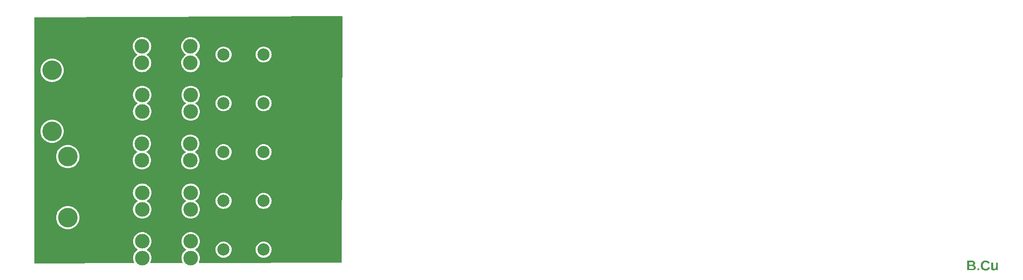
<source format=gbr>
%TF.GenerationSoftware,KiCad,Pcbnew,8.0.5-8.0.5-0~ubuntu24.04.1*%
%TF.CreationDate,2024-10-19T09:28:33-07:00*%
%TF.ProjectId,PowerDistribution,506f7765-7244-4697-9374-726962757469,R2*%
%TF.SameCoordinates,Original*%
%TF.FileFunction,Copper,L2,Bot*%
%TF.FilePolarity,Positive*%
%FSLAX46Y46*%
G04 Gerber Fmt 4.6, Leading zero omitted, Abs format (unit mm)*
G04 Created by KiCad (PCBNEW 8.0.5-8.0.5-0~ubuntu24.04.1) date 2024-10-19 09:28:33*
%MOMM*%
%LPD*%
G01*
G04 APERTURE LIST*
%ADD10C,0.300000*%
%TA.AperFunction,NonConductor*%
%ADD11C,0.300000*%
%TD*%
%TA.AperFunction,ComponentPad*%
%ADD12C,3.000000*%
%TD*%
%TA.AperFunction,ComponentPad*%
%ADD13C,4.000000*%
%TD*%
%TA.AperFunction,ComponentPad*%
%ADD14C,2.500000*%
%TD*%
G04 APERTURE END LIST*
D10*
D11*
G36*
X366324675Y-103352289D02*
G01*
X366424406Y-103361449D01*
X366532759Y-103380502D01*
X366628758Y-103408349D01*
X366725144Y-103451952D01*
X366761305Y-103474303D01*
X366842296Y-103544313D01*
X366900146Y-103629273D01*
X366934856Y-103729185D01*
X366946245Y-103828872D01*
X366946426Y-103844048D01*
X366937363Y-103943754D01*
X366906457Y-104041563D01*
X366853618Y-104126940D01*
X366778376Y-104197303D01*
X366690127Y-104246003D01*
X366594542Y-104277400D01*
X366571222Y-104282778D01*
X366670200Y-104299474D01*
X366769941Y-104329663D01*
X366865094Y-104377789D01*
X366934515Y-104433158D01*
X367000468Y-104517219D01*
X367041995Y-104616789D01*
X367058483Y-104719663D01*
X367059583Y-104756746D01*
X367049964Y-104868396D01*
X367021110Y-104968409D01*
X366973018Y-105056785D01*
X366905690Y-105133524D01*
X366858581Y-105172151D01*
X366763161Y-105229199D01*
X366669465Y-105266945D01*
X366564776Y-105294396D01*
X366449095Y-105311554D01*
X366344298Y-105317988D01*
X366300241Y-105318560D01*
X365316076Y-105318560D01*
X365316076Y-105012838D01*
X365728006Y-105012838D01*
X366265500Y-105012838D01*
X366368448Y-105007145D01*
X366471349Y-104984727D01*
X366554844Y-104940874D01*
X366620747Y-104857487D01*
X366645225Y-104759460D01*
X366646660Y-104724487D01*
X366627685Y-104616579D01*
X366570759Y-104535175D01*
X366475882Y-104480274D01*
X366364354Y-104454312D01*
X366250115Y-104447550D01*
X365728006Y-104447550D01*
X365728006Y-105012838D01*
X365316076Y-105012838D01*
X365316076Y-104143318D01*
X365728006Y-104143318D01*
X366199988Y-104143318D01*
X366299559Y-104137405D01*
X366401177Y-104112038D01*
X366453102Y-104082769D01*
X366514675Y-104000680D01*
X366532014Y-103899634D01*
X366515865Y-103798314D01*
X366452834Y-103714619D01*
X366447643Y-103711039D01*
X366350552Y-103670785D01*
X366246968Y-103656326D01*
X366197011Y-103654957D01*
X365728006Y-103654957D01*
X365728006Y-104143318D01*
X365316076Y-104143318D01*
X365316076Y-103349235D01*
X366216366Y-103349235D01*
X366324675Y-103352289D01*
G37*
G36*
X367371756Y-105318560D02*
G01*
X367371756Y-104905637D01*
X367775249Y-104905637D01*
X367775249Y-105318560D01*
X367371756Y-105318560D01*
G37*
G36*
X369077544Y-105026238D02*
G01*
X369188459Y-105017090D01*
X369288250Y-104989645D01*
X369376917Y-104943905D01*
X369454462Y-104879868D01*
X369520884Y-104797535D01*
X369576182Y-104696905D01*
X369595187Y-104651530D01*
X369954013Y-104787021D01*
X369906827Y-104888888D01*
X369852000Y-104980462D01*
X369789530Y-105061741D01*
X369719417Y-105132726D01*
X369627961Y-105202530D01*
X369614046Y-105211358D01*
X369511869Y-105265506D01*
X369417521Y-105301332D01*
X369316927Y-105327388D01*
X369210086Y-105343673D01*
X369096999Y-105350187D01*
X369077544Y-105350323D01*
X368962178Y-105346104D01*
X368853557Y-105333449D01*
X368751684Y-105312356D01*
X368656557Y-105282826D01*
X368547135Y-105234049D01*
X368448255Y-105172089D01*
X368359917Y-105096945D01*
X368343515Y-105080335D01*
X368269023Y-104990717D01*
X368207158Y-104890606D01*
X368157918Y-104780002D01*
X368127616Y-104683964D01*
X368105395Y-104581210D01*
X368091254Y-104471741D01*
X368085194Y-104355556D01*
X368084941Y-104325460D01*
X368088842Y-104207395D01*
X368100544Y-104096386D01*
X368120047Y-103992434D01*
X368147351Y-103895539D01*
X368192452Y-103784344D01*
X368249743Y-103684175D01*
X368319222Y-103595032D01*
X368334581Y-103578527D01*
X368418225Y-103503320D01*
X368512823Y-103440861D01*
X368618374Y-103391149D01*
X368734879Y-103354183D01*
X368835970Y-103333788D01*
X368944070Y-103321551D01*
X369059181Y-103317472D01*
X369164299Y-103320804D01*
X369263140Y-103330800D01*
X369373464Y-103351593D01*
X369474750Y-103381981D01*
X369566998Y-103421967D01*
X369623476Y-103453955D01*
X369712575Y-103519817D01*
X369789229Y-103597981D01*
X369853439Y-103688447D01*
X369905205Y-103791215D01*
X369929198Y-103855463D01*
X369565905Y-103952738D01*
X369523734Y-103861449D01*
X369460685Y-103784118D01*
X369385251Y-103725928D01*
X369296440Y-103681435D01*
X369198130Y-103653422D01*
X369090320Y-103641886D01*
X369067618Y-103641557D01*
X368967751Y-103647681D01*
X368863192Y-103670307D01*
X368771505Y-103709604D01*
X368682481Y-103774930D01*
X368644273Y-103815759D01*
X368587999Y-103899690D01*
X368545546Y-103999059D01*
X368520159Y-104096518D01*
X368504927Y-104205318D01*
X368499991Y-104304649D01*
X368499849Y-104325460D01*
X368503472Y-104428215D01*
X368517384Y-104541093D01*
X368541730Y-104642594D01*
X368583321Y-104746634D01*
X368639114Y-104835190D01*
X368648244Y-104846577D01*
X368719677Y-104916581D01*
X368816727Y-104975533D01*
X368915132Y-105008693D01*
X369026123Y-105024659D01*
X369077544Y-105026238D01*
G37*
G36*
X370590271Y-103793921D02*
G01*
X370590271Y-104653516D01*
X370596814Y-104769756D01*
X370621940Y-104883239D01*
X370675069Y-104979778D01*
X370767195Y-105042823D01*
X370858274Y-105057009D01*
X370957286Y-105039630D01*
X371046907Y-104981582D01*
X371087565Y-104933430D01*
X371137296Y-104839859D01*
X371164593Y-104740443D01*
X371174573Y-104639284D01*
X371174914Y-104615300D01*
X371174914Y-103793921D01*
X371566993Y-103793921D01*
X371566993Y-104977600D01*
X371567895Y-105083227D01*
X371571017Y-105191657D01*
X371577025Y-105300070D01*
X371578407Y-105318560D01*
X371204196Y-105318560D01*
X371196039Y-105214861D01*
X371189695Y-105109764D01*
X371187322Y-105022268D01*
X371180374Y-105022268D01*
X371132928Y-105111480D01*
X371072383Y-105193292D01*
X370996267Y-105262237D01*
X370981357Y-105272403D01*
X370884485Y-105319886D01*
X370784405Y-105344159D01*
X370694495Y-105350323D01*
X370594746Y-105343198D01*
X370493834Y-105317608D01*
X370396993Y-105266572D01*
X370325743Y-105201432D01*
X370269723Y-105118271D01*
X370229708Y-105017677D01*
X370207825Y-104915357D01*
X370198197Y-104799690D01*
X370197697Y-104764191D01*
X370197697Y-103793921D01*
X370590271Y-103793921D01*
G37*
D12*
%TO.P,F1,1*%
%TO.N,/Fuse1*%
X206373370Y-102783471D03*
X206373370Y-99383471D03*
%TO.P,F1,2*%
%TO.N,+BATT*%
X196453370Y-102783471D03*
X196453370Y-99383471D03*
%TD*%
D13*
%TO.P,J3,1,Pin_1*%
%TO.N,-BATT*%
X185494370Y-76831471D03*
X185494370Y-64331471D03*
%TO.P,J3,2,Pin_2*%
%TO.N,+BATT*%
X177994370Y-76831471D03*
X177994370Y-64331471D03*
%TD*%
D12*
%TO.P,F2,1*%
%TO.N,/Fuse2*%
X206363370Y-92823471D03*
X206363370Y-89423471D03*
%TO.P,F2,2*%
%TO.N,+BATT*%
X196443370Y-92823471D03*
X196443370Y-89423471D03*
%TD*%
D14*
%TO.P,J2,1,Pin_1*%
%TO.N,/Fuse1*%
X213093371Y-101083474D03*
X221293370Y-101083474D03*
%TO.P,J2,2,Pin_2*%
%TO.N,-BATT*%
X213093371Y-96083472D03*
X221293370Y-96083472D03*
%TO.P,J2,3,Pin_3*%
%TO.N,/Fuse2*%
X213093371Y-91083471D03*
X221293370Y-91083471D03*
%TO.P,J2,4,Pin_4*%
%TO.N,-BATT*%
X213093371Y-86083471D03*
X221293370Y-86083471D03*
%TO.P,J2,5,Pin_5*%
%TO.N,/Fuse3*%
X213093371Y-81083471D03*
X221293370Y-81083471D03*
%TO.P,J2,6,Pin_6*%
%TO.N,-BATT*%
X213093371Y-76083471D03*
X221293370Y-76083471D03*
%TO.P,J2,7,Pin_7*%
%TO.N,/Fuse4*%
X213093371Y-71083471D03*
X221293370Y-71083471D03*
%TO.P,J2,8,Pin_8*%
%TO.N,-BATT*%
X213093371Y-66083471D03*
X221293370Y-66083471D03*
%TO.P,J2,9,Pin_9*%
%TO.N,/Fuse5*%
X213093371Y-61083471D03*
X221293370Y-61083471D03*
%TO.P,J2,10,Pin_10*%
%TO.N,-BATT*%
X213093371Y-56083470D03*
X221293370Y-56083470D03*
%TD*%
D12*
%TO.P,F5,1*%
%TO.N,/Fuse5*%
X206323370Y-62803471D03*
X206323370Y-59403471D03*
%TO.P,F5,2*%
%TO.N,+BATT*%
X196403370Y-62803471D03*
X196403370Y-59403471D03*
%TD*%
%TO.P,F3,1*%
%TO.N,/Fuse3*%
X206293370Y-82763471D03*
X206293370Y-79363471D03*
%TO.P,F3,2*%
%TO.N,+BATT*%
X196373370Y-82763471D03*
X196373370Y-79363471D03*
%TD*%
%TO.P,F4,1*%
%TO.N,/Fuse4*%
X206363370Y-72773471D03*
X206363370Y-69373471D03*
%TO.P,F4,2*%
%TO.N,+BATT*%
X196443370Y-72773471D03*
X196443370Y-69373471D03*
%TD*%
D13*
%TO.P,J1,1,Pin_1*%
%TO.N,+BATT*%
X181210768Y-82019172D03*
X181210768Y-94519172D03*
%TO.P,J1,2,Pin_2*%
%TO.N,-BATT*%
X188710768Y-82019172D03*
X188710768Y-94519172D03*
%TD*%
%TA.AperFunction,Conductor*%
%TO.N,-BATT*%
G36*
X237405709Y-53253338D02*
G01*
X237451631Y-53305997D01*
X237462999Y-53358233D01*
X237313735Y-103630212D01*
X237293852Y-103697193D01*
X237240912Y-103742791D01*
X237190110Y-103753843D01*
X208148723Y-103841511D01*
X208081625Y-103822029D01*
X208035711Y-103769364D01*
X208025558Y-103700236D01*
X208039517Y-103658085D01*
X208058852Y-103622674D01*
X208089214Y-103567071D01*
X208183267Y-103314905D01*
X208240476Y-103051920D01*
X208259676Y-102783471D01*
X208240476Y-102515022D01*
X208183267Y-102252037D01*
X208089214Y-101999871D01*
X207994519Y-101826450D01*
X207960235Y-101763662D01*
X207960230Y-101763654D01*
X207798951Y-101548210D01*
X207798935Y-101548192D01*
X207608648Y-101357905D01*
X207608630Y-101357889D01*
X207393186Y-101196610D01*
X207393178Y-101196605D01*
X207385302Y-101192305D01*
X207335895Y-101142902D01*
X207322965Y-101083474D01*
X211456826Y-101083474D01*
X211476975Y-101339489D01*
X211536921Y-101589184D01*
X211536925Y-101589196D01*
X211635196Y-101826445D01*
X211635198Y-101826449D01*
X211635199Y-101826450D01*
X211769378Y-102045411D01*
X211936159Y-102240686D01*
X212131434Y-102407467D01*
X212350395Y-102541646D01*
X212350397Y-102541646D01*
X212350399Y-102541648D01*
X212424374Y-102572289D01*
X212587651Y-102639921D01*
X212837359Y-102699870D01*
X213093371Y-102720019D01*
X213349383Y-102699870D01*
X213599091Y-102639921D01*
X213836347Y-102541646D01*
X214055308Y-102407467D01*
X214250583Y-102240686D01*
X214417364Y-102045411D01*
X214551543Y-101826450D01*
X214649818Y-101589194D01*
X214709767Y-101339486D01*
X214729916Y-101083474D01*
X219656825Y-101083474D01*
X219676974Y-101339489D01*
X219736920Y-101589184D01*
X219736924Y-101589196D01*
X219835195Y-101826445D01*
X219835197Y-101826449D01*
X219835198Y-101826450D01*
X219969377Y-102045411D01*
X220136158Y-102240686D01*
X220331433Y-102407467D01*
X220550394Y-102541646D01*
X220550396Y-102541646D01*
X220550398Y-102541648D01*
X220624373Y-102572289D01*
X220787650Y-102639921D01*
X221037358Y-102699870D01*
X221293370Y-102720019D01*
X221549382Y-102699870D01*
X221799090Y-102639921D01*
X222036346Y-102541646D01*
X222255307Y-102407467D01*
X222450582Y-102240686D01*
X222617363Y-102045411D01*
X222751542Y-101826450D01*
X222849817Y-101589194D01*
X222909766Y-101339486D01*
X222929915Y-101083474D01*
X222909766Y-100827462D01*
X222849817Y-100577754D01*
X222751542Y-100340498D01*
X222617363Y-100121537D01*
X222450582Y-99926262D01*
X222255307Y-99759481D01*
X222036346Y-99625302D01*
X222036345Y-99625301D01*
X222036341Y-99625299D01*
X221799092Y-99527028D01*
X221799094Y-99527028D01*
X221799090Y-99527027D01*
X221799086Y-99527026D01*
X221799080Y-99527024D01*
X221549385Y-99467078D01*
X221293370Y-99446929D01*
X221037354Y-99467078D01*
X220787659Y-99527024D01*
X220787647Y-99527028D01*
X220550398Y-99625299D01*
X220331432Y-99759481D01*
X220136158Y-99926262D01*
X219969377Y-100121536D01*
X219835195Y-100340502D01*
X219736924Y-100577751D01*
X219736920Y-100577763D01*
X219676974Y-100827458D01*
X219656825Y-101083474D01*
X214729916Y-101083474D01*
X214709767Y-100827462D01*
X214649818Y-100577754D01*
X214551543Y-100340498D01*
X214417364Y-100121537D01*
X214250583Y-99926262D01*
X214055308Y-99759481D01*
X213836347Y-99625302D01*
X213836346Y-99625301D01*
X213836342Y-99625299D01*
X213599093Y-99527028D01*
X213599095Y-99527028D01*
X213599091Y-99527027D01*
X213599087Y-99527026D01*
X213599081Y-99527024D01*
X213349386Y-99467078D01*
X213093371Y-99446929D01*
X212837355Y-99467078D01*
X212587660Y-99527024D01*
X212587648Y-99527028D01*
X212350399Y-99625299D01*
X212131433Y-99759481D01*
X211936159Y-99926262D01*
X211769378Y-100121536D01*
X211635196Y-100340502D01*
X211536925Y-100577751D01*
X211536921Y-100577763D01*
X211476975Y-100827458D01*
X211456826Y-101083474D01*
X207322965Y-101083474D01*
X207321041Y-101074629D01*
X207345455Y-101009164D01*
X207385302Y-100974637D01*
X207387793Y-100973276D01*
X207393184Y-100970333D01*
X207608638Y-100809046D01*
X207798945Y-100618739D01*
X207960232Y-100403285D01*
X208089214Y-100167071D01*
X208183267Y-99914905D01*
X208240476Y-99651920D01*
X208259676Y-99383471D01*
X208240476Y-99115022D01*
X208183267Y-98852037D01*
X208089214Y-98599871D01*
X207960232Y-98363657D01*
X207960230Y-98363654D01*
X207798951Y-98148210D01*
X207798935Y-98148192D01*
X207608648Y-97957905D01*
X207608630Y-97957889D01*
X207393186Y-97796610D01*
X207393178Y-97796605D01*
X207156975Y-97667629D01*
X207156971Y-97667627D01*
X207061370Y-97631970D01*
X206904804Y-97573574D01*
X206904800Y-97573573D01*
X206904797Y-97573572D01*
X206641827Y-97516366D01*
X206641820Y-97516365D01*
X206373371Y-97497165D01*
X206373369Y-97497165D01*
X206104919Y-97516365D01*
X206104912Y-97516366D01*
X205841942Y-97573572D01*
X205841937Y-97573573D01*
X205841936Y-97573574D01*
X205780969Y-97596313D01*
X205589768Y-97667627D01*
X205589764Y-97667629D01*
X205353561Y-97796605D01*
X205353553Y-97796610D01*
X205138109Y-97957889D01*
X205138091Y-97957905D01*
X204947804Y-98148192D01*
X204947788Y-98148210D01*
X204786509Y-98363654D01*
X204786504Y-98363662D01*
X204657528Y-98599865D01*
X204657526Y-98599869D01*
X204563471Y-98852043D01*
X204506265Y-99115013D01*
X204506264Y-99115020D01*
X204487064Y-99383469D01*
X204487064Y-99383472D01*
X204506264Y-99651921D01*
X204506265Y-99651928D01*
X204563471Y-99914898D01*
X204563473Y-99914905D01*
X204621869Y-100071471D01*
X204657526Y-100167072D01*
X204657528Y-100167076D01*
X204786504Y-100403279D01*
X204786509Y-100403287D01*
X204947788Y-100618731D01*
X204947804Y-100618749D01*
X205138091Y-100809036D01*
X205138109Y-100809052D01*
X205353553Y-100970331D01*
X205353561Y-100970336D01*
X205361441Y-100974639D01*
X205410846Y-101024044D01*
X205425698Y-101092317D01*
X205401281Y-101157781D01*
X205361441Y-101192303D01*
X205353561Y-101196605D01*
X205353553Y-101196610D01*
X205138109Y-101357889D01*
X205138091Y-101357905D01*
X204947804Y-101548192D01*
X204947788Y-101548210D01*
X204786509Y-101763654D01*
X204786504Y-101763662D01*
X204657528Y-101999865D01*
X204657526Y-101999869D01*
X204563471Y-102252043D01*
X204506265Y-102515013D01*
X204506264Y-102515020D01*
X204487064Y-102783469D01*
X204487064Y-102783472D01*
X204506264Y-103051921D01*
X204506265Y-103051928D01*
X204563471Y-103314898D01*
X204563473Y-103314905D01*
X204621869Y-103471471D01*
X204657526Y-103567072D01*
X204713065Y-103668785D01*
X204727916Y-103737058D01*
X204703499Y-103802522D01*
X204647565Y-103844393D01*
X204604606Y-103852210D01*
X198212344Y-103871506D01*
X198145246Y-103852024D01*
X198099332Y-103799359D01*
X198089179Y-103730231D01*
X198103138Y-103688080D01*
X198119517Y-103658085D01*
X198169214Y-103567071D01*
X198263267Y-103314905D01*
X198320476Y-103051920D01*
X198339676Y-102783471D01*
X198320476Y-102515022D01*
X198263267Y-102252037D01*
X198169214Y-101999871D01*
X198074519Y-101826450D01*
X198040235Y-101763662D01*
X198040230Y-101763654D01*
X197878951Y-101548210D01*
X197878935Y-101548192D01*
X197688648Y-101357905D01*
X197688630Y-101357889D01*
X197473186Y-101196610D01*
X197473178Y-101196605D01*
X197465302Y-101192305D01*
X197415895Y-101142902D01*
X197401041Y-101074629D01*
X197425455Y-101009164D01*
X197465302Y-100974637D01*
X197467793Y-100973276D01*
X197473184Y-100970333D01*
X197688638Y-100809046D01*
X197878945Y-100618739D01*
X198040232Y-100403285D01*
X198169214Y-100167071D01*
X198263267Y-99914905D01*
X198320476Y-99651920D01*
X198339676Y-99383471D01*
X198320476Y-99115022D01*
X198263267Y-98852037D01*
X198169214Y-98599871D01*
X198040232Y-98363657D01*
X198040230Y-98363654D01*
X197878951Y-98148210D01*
X197878935Y-98148192D01*
X197688648Y-97957905D01*
X197688630Y-97957889D01*
X197473186Y-97796610D01*
X197473178Y-97796605D01*
X197236975Y-97667629D01*
X197236971Y-97667627D01*
X197141370Y-97631970D01*
X196984804Y-97573574D01*
X196984800Y-97573573D01*
X196984797Y-97573572D01*
X196721827Y-97516366D01*
X196721820Y-97516365D01*
X196453371Y-97497165D01*
X196453369Y-97497165D01*
X196184919Y-97516365D01*
X196184912Y-97516366D01*
X195921942Y-97573572D01*
X195921937Y-97573573D01*
X195921936Y-97573574D01*
X195860969Y-97596313D01*
X195669768Y-97667627D01*
X195669764Y-97667629D01*
X195433561Y-97796605D01*
X195433553Y-97796610D01*
X195218109Y-97957889D01*
X195218091Y-97957905D01*
X195027804Y-98148192D01*
X195027788Y-98148210D01*
X194866509Y-98363654D01*
X194866504Y-98363662D01*
X194737528Y-98599865D01*
X194737526Y-98599869D01*
X194643471Y-98852043D01*
X194586265Y-99115013D01*
X194586264Y-99115020D01*
X194567064Y-99383469D01*
X194567064Y-99383472D01*
X194586264Y-99651921D01*
X194586265Y-99651928D01*
X194643471Y-99914898D01*
X194643473Y-99914905D01*
X194701869Y-100071471D01*
X194737526Y-100167072D01*
X194737528Y-100167076D01*
X194866504Y-100403279D01*
X194866509Y-100403287D01*
X195027788Y-100618731D01*
X195027804Y-100618749D01*
X195218091Y-100809036D01*
X195218109Y-100809052D01*
X195433553Y-100970331D01*
X195433561Y-100970336D01*
X195441441Y-100974639D01*
X195490846Y-101024044D01*
X195505698Y-101092317D01*
X195481281Y-101157781D01*
X195441441Y-101192303D01*
X195433561Y-101196605D01*
X195433553Y-101196610D01*
X195218109Y-101357889D01*
X195218091Y-101357905D01*
X195027804Y-101548192D01*
X195027788Y-101548210D01*
X194866509Y-101763654D01*
X194866504Y-101763662D01*
X194737528Y-101999865D01*
X194737526Y-101999869D01*
X194643471Y-102252043D01*
X194586265Y-102515013D01*
X194586264Y-102515020D01*
X194567064Y-102783469D01*
X194567064Y-102783472D01*
X194586264Y-103051921D01*
X194586265Y-103051928D01*
X194643471Y-103314898D01*
X194643473Y-103314905D01*
X194701869Y-103471471D01*
X194737526Y-103567072D01*
X194737528Y-103567077D01*
X194809389Y-103698680D01*
X194824241Y-103766953D01*
X194799824Y-103832418D01*
X194743890Y-103874289D01*
X194700931Y-103882106D01*
X174497621Y-103943095D01*
X174430523Y-103923613D01*
X174384609Y-103870948D01*
X174373247Y-103819219D01*
X174371956Y-102515013D01*
X174364041Y-94519172D01*
X178824158Y-94519172D01*
X178835392Y-94690575D01*
X178844576Y-94830685D01*
X178844578Y-94830697D01*
X178905478Y-95136864D01*
X178905483Y-95136884D01*
X179005824Y-95432480D01*
X179005828Y-95432490D01*
X179143899Y-95712469D01*
X179143906Y-95712482D01*
X179317344Y-95972049D01*
X179523179Y-96206760D01*
X179706466Y-96367498D01*
X179757892Y-96412597D01*
X180017463Y-96586037D01*
X180153338Y-96653043D01*
X180297449Y-96724111D01*
X180297459Y-96724115D01*
X180593055Y-96824456D01*
X180593059Y-96824457D01*
X180593068Y-96824460D01*
X180899253Y-96885364D01*
X181210768Y-96905782D01*
X181522283Y-96885364D01*
X181828468Y-96824460D01*
X181828480Y-96824456D01*
X182124076Y-96724115D01*
X182124086Y-96724111D01*
X182404073Y-96586037D01*
X182663644Y-96412597D01*
X182898356Y-96206760D01*
X183104193Y-95972048D01*
X183277633Y-95712477D01*
X183415708Y-95432488D01*
X183516056Y-95136872D01*
X183576960Y-94830687D01*
X183597378Y-94519172D01*
X183576960Y-94207657D01*
X183516056Y-93901472D01*
X183496305Y-93843287D01*
X183415711Y-93605863D01*
X183415707Y-93605853D01*
X183277636Y-93325874D01*
X183277633Y-93325867D01*
X183104193Y-93066296D01*
X183059094Y-93014870D01*
X182898356Y-92831583D01*
X182663645Y-92625748D01*
X182404078Y-92452310D01*
X182404075Y-92452308D01*
X182404073Y-92452307D01*
X182404065Y-92452303D01*
X182124086Y-92314232D01*
X182124076Y-92314228D01*
X181828480Y-92213887D01*
X181828460Y-92213882D01*
X181522293Y-92152982D01*
X181522283Y-92152980D01*
X181210768Y-92132562D01*
X180899253Y-92152980D01*
X180899247Y-92152981D01*
X180899242Y-92152982D01*
X180593075Y-92213882D01*
X180593055Y-92213887D01*
X180297459Y-92314228D01*
X180297449Y-92314232D01*
X180017470Y-92452303D01*
X180017457Y-92452310D01*
X179757890Y-92625748D01*
X179523179Y-92831583D01*
X179317344Y-93066294D01*
X179143906Y-93325861D01*
X179143899Y-93325874D01*
X179005828Y-93605853D01*
X179005824Y-93605863D01*
X178905483Y-93901459D01*
X178905478Y-93901479D01*
X178844578Y-94207646D01*
X178844576Y-94207657D01*
X178824158Y-94519172D01*
X174364041Y-94519172D01*
X174358997Y-89423469D01*
X194557064Y-89423469D01*
X194557064Y-89423472D01*
X194576264Y-89691921D01*
X194576265Y-89691928D01*
X194590960Y-89759478D01*
X194633473Y-89954905D01*
X194691869Y-90111471D01*
X194727526Y-90207072D01*
X194727528Y-90207076D01*
X194856504Y-90443279D01*
X194856509Y-90443287D01*
X195017788Y-90658731D01*
X195017804Y-90658749D01*
X195208091Y-90849036D01*
X195208109Y-90849052D01*
X195423553Y-91010331D01*
X195423561Y-91010336D01*
X195431441Y-91014639D01*
X195480846Y-91064044D01*
X195495698Y-91132317D01*
X195471281Y-91197781D01*
X195431441Y-91232303D01*
X195423561Y-91236605D01*
X195423553Y-91236610D01*
X195208109Y-91397889D01*
X195208091Y-91397905D01*
X195017804Y-91588192D01*
X195017788Y-91588210D01*
X194856509Y-91803654D01*
X194856504Y-91803662D01*
X194727528Y-92039865D01*
X194727526Y-92039869D01*
X194633471Y-92292043D01*
X194576265Y-92555013D01*
X194576264Y-92555020D01*
X194557064Y-92823469D01*
X194557064Y-92823472D01*
X194576264Y-93091921D01*
X194576265Y-93091928D01*
X194633471Y-93354898D01*
X194633473Y-93354905D01*
X194691869Y-93511471D01*
X194727526Y-93607072D01*
X194727528Y-93607076D01*
X194856504Y-93843279D01*
X194856509Y-93843287D01*
X195017788Y-94058731D01*
X195017804Y-94058749D01*
X195208091Y-94249036D01*
X195208109Y-94249052D01*
X195423553Y-94410331D01*
X195423561Y-94410336D01*
X195659764Y-94539312D01*
X195659768Y-94539314D01*
X195659770Y-94539315D01*
X195911936Y-94633368D01*
X196174921Y-94690577D01*
X196422689Y-94708297D01*
X196443369Y-94709777D01*
X196443370Y-94709777D01*
X196443371Y-94709777D01*
X196462571Y-94708403D01*
X196711819Y-94690577D01*
X196974804Y-94633368D01*
X197226970Y-94539315D01*
X197463184Y-94410333D01*
X197678638Y-94249046D01*
X197868945Y-94058739D01*
X198030232Y-93843285D01*
X198159214Y-93607071D01*
X198253267Y-93354905D01*
X198310476Y-93091920D01*
X198329676Y-92823471D01*
X198310476Y-92555022D01*
X198253267Y-92292037D01*
X198159214Y-92039871D01*
X198042673Y-91826442D01*
X198030235Y-91803662D01*
X198030230Y-91803654D01*
X197868951Y-91588210D01*
X197868935Y-91588192D01*
X197678648Y-91397905D01*
X197678630Y-91397889D01*
X197463186Y-91236610D01*
X197463178Y-91236605D01*
X197455302Y-91232305D01*
X197405895Y-91182902D01*
X197391041Y-91114629D01*
X197415455Y-91049164D01*
X197455302Y-91014637D01*
X197457793Y-91013276D01*
X197463184Y-91010333D01*
X197678638Y-90849046D01*
X197868945Y-90658739D01*
X198030232Y-90443285D01*
X198159214Y-90207071D01*
X198253267Y-89954905D01*
X198310476Y-89691920D01*
X198329676Y-89423471D01*
X198329676Y-89423469D01*
X204477064Y-89423469D01*
X204477064Y-89423472D01*
X204496264Y-89691921D01*
X204496265Y-89691928D01*
X204510960Y-89759478D01*
X204553473Y-89954905D01*
X204611869Y-90111471D01*
X204647526Y-90207072D01*
X204647528Y-90207076D01*
X204776504Y-90443279D01*
X204776509Y-90443287D01*
X204937788Y-90658731D01*
X204937804Y-90658749D01*
X205128091Y-90849036D01*
X205128109Y-90849052D01*
X205343553Y-91010331D01*
X205343561Y-91010336D01*
X205351441Y-91014639D01*
X205400846Y-91064044D01*
X205415698Y-91132317D01*
X205391281Y-91197781D01*
X205351441Y-91232303D01*
X205343561Y-91236605D01*
X205343553Y-91236610D01*
X205128109Y-91397889D01*
X205128091Y-91397905D01*
X204937804Y-91588192D01*
X204937788Y-91588210D01*
X204776509Y-91803654D01*
X204776504Y-91803662D01*
X204647528Y-92039865D01*
X204647526Y-92039869D01*
X204553471Y-92292043D01*
X204496265Y-92555013D01*
X204496264Y-92555020D01*
X204477064Y-92823469D01*
X204477064Y-92823472D01*
X204496264Y-93091921D01*
X204496265Y-93091928D01*
X204553471Y-93354898D01*
X204553473Y-93354905D01*
X204611869Y-93511471D01*
X204647526Y-93607072D01*
X204647528Y-93607076D01*
X204776504Y-93843279D01*
X204776509Y-93843287D01*
X204937788Y-94058731D01*
X204937804Y-94058749D01*
X205128091Y-94249036D01*
X205128109Y-94249052D01*
X205343553Y-94410331D01*
X205343561Y-94410336D01*
X205579764Y-94539312D01*
X205579768Y-94539314D01*
X205579770Y-94539315D01*
X205831936Y-94633368D01*
X206094921Y-94690577D01*
X206342689Y-94708297D01*
X206363369Y-94709777D01*
X206363370Y-94709777D01*
X206363371Y-94709777D01*
X206382571Y-94708403D01*
X206631819Y-94690577D01*
X206894804Y-94633368D01*
X207146970Y-94539315D01*
X207383184Y-94410333D01*
X207598638Y-94249046D01*
X207788945Y-94058739D01*
X207950232Y-93843285D01*
X208079214Y-93607071D01*
X208173267Y-93354905D01*
X208230476Y-93091920D01*
X208249676Y-92823471D01*
X208230476Y-92555022D01*
X208173267Y-92292037D01*
X208079214Y-92039871D01*
X207962673Y-91826442D01*
X207950235Y-91803662D01*
X207950230Y-91803654D01*
X207788951Y-91588210D01*
X207788935Y-91588192D01*
X207598648Y-91397905D01*
X207598630Y-91397889D01*
X207383186Y-91236610D01*
X207383178Y-91236605D01*
X207375302Y-91232305D01*
X207325895Y-91182902D01*
X207311041Y-91114629D01*
X207322661Y-91083471D01*
X211456826Y-91083471D01*
X211476975Y-91339486D01*
X211536921Y-91589181D01*
X211536925Y-91589193D01*
X211635196Y-91826442D01*
X211635198Y-91826446D01*
X211635199Y-91826447D01*
X211769378Y-92045408D01*
X211936159Y-92240683D01*
X212131434Y-92407464D01*
X212350395Y-92541643D01*
X212350397Y-92541643D01*
X212350399Y-92541645D01*
X212424374Y-92572286D01*
X212587651Y-92639918D01*
X212837359Y-92699867D01*
X213093371Y-92720016D01*
X213349383Y-92699867D01*
X213599091Y-92639918D01*
X213836347Y-92541643D01*
X214055308Y-92407464D01*
X214250583Y-92240683D01*
X214417364Y-92045408D01*
X214551543Y-91826447D01*
X214649818Y-91589191D01*
X214709767Y-91339483D01*
X214729916Y-91083471D01*
X219656825Y-91083471D01*
X219676974Y-91339486D01*
X219736920Y-91589181D01*
X219736924Y-91589193D01*
X219835195Y-91826442D01*
X219835197Y-91826446D01*
X219835198Y-91826447D01*
X219969377Y-92045408D01*
X220136158Y-92240683D01*
X220331433Y-92407464D01*
X220550394Y-92541643D01*
X220550396Y-92541643D01*
X220550398Y-92541645D01*
X220624373Y-92572286D01*
X220787650Y-92639918D01*
X221037358Y-92699867D01*
X221293370Y-92720016D01*
X221549382Y-92699867D01*
X221799090Y-92639918D01*
X222036346Y-92541643D01*
X222255307Y-92407464D01*
X222450582Y-92240683D01*
X222617363Y-92045408D01*
X222751542Y-91826447D01*
X222849817Y-91589191D01*
X222909766Y-91339483D01*
X222929915Y-91083471D01*
X222909766Y-90827459D01*
X222849817Y-90577751D01*
X222751542Y-90340495D01*
X222617363Y-90121534D01*
X222450582Y-89926259D01*
X222255307Y-89759478D01*
X222036346Y-89625299D01*
X222036345Y-89625298D01*
X222036341Y-89625296D01*
X221799092Y-89527025D01*
X221799094Y-89527025D01*
X221799090Y-89527024D01*
X221799086Y-89527023D01*
X221799080Y-89527021D01*
X221549385Y-89467075D01*
X221293370Y-89446926D01*
X221037354Y-89467075D01*
X220787659Y-89527021D01*
X220787647Y-89527025D01*
X220550398Y-89625296D01*
X220331432Y-89759478D01*
X220136158Y-89926259D01*
X219969377Y-90121533D01*
X219835195Y-90340499D01*
X219736924Y-90577748D01*
X219736920Y-90577760D01*
X219676974Y-90827455D01*
X219656825Y-91083471D01*
X214729916Y-91083471D01*
X214709767Y-90827459D01*
X214649818Y-90577751D01*
X214551543Y-90340495D01*
X214417364Y-90121534D01*
X214250583Y-89926259D01*
X214055308Y-89759478D01*
X213836347Y-89625299D01*
X213836346Y-89625298D01*
X213836342Y-89625296D01*
X213599093Y-89527025D01*
X213599095Y-89527025D01*
X213599091Y-89527024D01*
X213599087Y-89527023D01*
X213599081Y-89527021D01*
X213349386Y-89467075D01*
X213093371Y-89446926D01*
X212837355Y-89467075D01*
X212587660Y-89527021D01*
X212587648Y-89527025D01*
X212350399Y-89625296D01*
X212131433Y-89759478D01*
X211936159Y-89926259D01*
X211769378Y-90121533D01*
X211635196Y-90340499D01*
X211536925Y-90577748D01*
X211536921Y-90577760D01*
X211476975Y-90827455D01*
X211456826Y-91083471D01*
X207322661Y-91083471D01*
X207335455Y-91049164D01*
X207375302Y-91014637D01*
X207377793Y-91013276D01*
X207383184Y-91010333D01*
X207598638Y-90849046D01*
X207788945Y-90658739D01*
X207950232Y-90443285D01*
X208079214Y-90207071D01*
X208173267Y-89954905D01*
X208230476Y-89691920D01*
X208249676Y-89423471D01*
X208230476Y-89155022D01*
X208173267Y-88892037D01*
X208079214Y-88639871D01*
X207950232Y-88403657D01*
X207950230Y-88403654D01*
X207788951Y-88188210D01*
X207788935Y-88188192D01*
X207598648Y-87997905D01*
X207598630Y-87997889D01*
X207383186Y-87836610D01*
X207383178Y-87836605D01*
X207146975Y-87707629D01*
X207146971Y-87707627D01*
X207051370Y-87671970D01*
X206894804Y-87613574D01*
X206894800Y-87613573D01*
X206894797Y-87613572D01*
X206631827Y-87556366D01*
X206631820Y-87556365D01*
X206363371Y-87537165D01*
X206363369Y-87537165D01*
X206094919Y-87556365D01*
X206094912Y-87556366D01*
X205831942Y-87613572D01*
X205831937Y-87613573D01*
X205831936Y-87613574D01*
X205770969Y-87636313D01*
X205579768Y-87707627D01*
X205579764Y-87707629D01*
X205343561Y-87836605D01*
X205343553Y-87836610D01*
X205128109Y-87997889D01*
X205128091Y-87997905D01*
X204937804Y-88188192D01*
X204937788Y-88188210D01*
X204776509Y-88403654D01*
X204776504Y-88403662D01*
X204647528Y-88639865D01*
X204647526Y-88639869D01*
X204553471Y-88892043D01*
X204496265Y-89155013D01*
X204496264Y-89155020D01*
X204477064Y-89423469D01*
X198329676Y-89423469D01*
X198310476Y-89155022D01*
X198253267Y-88892037D01*
X198159214Y-88639871D01*
X198030232Y-88403657D01*
X198030230Y-88403654D01*
X197868951Y-88188210D01*
X197868935Y-88188192D01*
X197678648Y-87997905D01*
X197678630Y-87997889D01*
X197463186Y-87836610D01*
X197463178Y-87836605D01*
X197226975Y-87707629D01*
X197226971Y-87707627D01*
X197131370Y-87671970D01*
X196974804Y-87613574D01*
X196974800Y-87613573D01*
X196974797Y-87613572D01*
X196711827Y-87556366D01*
X196711820Y-87556365D01*
X196443371Y-87537165D01*
X196443369Y-87537165D01*
X196174919Y-87556365D01*
X196174912Y-87556366D01*
X195911942Y-87613572D01*
X195911937Y-87613573D01*
X195911936Y-87613574D01*
X195850969Y-87636313D01*
X195659768Y-87707627D01*
X195659764Y-87707629D01*
X195423561Y-87836605D01*
X195423553Y-87836610D01*
X195208109Y-87997889D01*
X195208091Y-87997905D01*
X195017804Y-88188192D01*
X195017788Y-88188210D01*
X194856509Y-88403654D01*
X194856504Y-88403662D01*
X194727528Y-88639865D01*
X194727526Y-88639869D01*
X194633471Y-88892043D01*
X194576265Y-89155013D01*
X194576264Y-89155020D01*
X194557064Y-89423469D01*
X174358997Y-89423469D01*
X174351667Y-82019172D01*
X178824158Y-82019172D01*
X178838110Y-82232043D01*
X178844576Y-82330685D01*
X178844578Y-82330697D01*
X178905478Y-82636864D01*
X178905483Y-82636884D01*
X179005824Y-82932480D01*
X179005828Y-82932490D01*
X179143899Y-83212469D01*
X179143906Y-83212482D01*
X179317344Y-83472049D01*
X179523179Y-83706760D01*
X179610442Y-83783287D01*
X179757892Y-83912597D01*
X180017463Y-84086037D01*
X180153338Y-84153043D01*
X180297449Y-84224111D01*
X180297459Y-84224115D01*
X180593055Y-84324456D01*
X180593059Y-84324457D01*
X180593068Y-84324460D01*
X180899253Y-84385364D01*
X181210768Y-84405782D01*
X181522283Y-84385364D01*
X181828468Y-84324460D01*
X181828480Y-84324456D01*
X182124076Y-84224115D01*
X182124086Y-84224111D01*
X182404073Y-84086037D01*
X182663644Y-83912597D01*
X182898356Y-83706760D01*
X183104193Y-83472048D01*
X183277633Y-83212477D01*
X183415708Y-82932488D01*
X183473082Y-82763471D01*
X183516052Y-82636884D01*
X183516052Y-82636883D01*
X183516056Y-82636872D01*
X183576960Y-82330687D01*
X183597378Y-82019172D01*
X183576960Y-81707657D01*
X183516056Y-81401472D01*
X183439726Y-81176610D01*
X183415711Y-81105863D01*
X183415707Y-81105853D01*
X183277636Y-80825874D01*
X183277633Y-80825867D01*
X183104193Y-80566296D01*
X183059094Y-80514870D01*
X182898356Y-80331583D01*
X182663645Y-80125748D01*
X182657338Y-80121534D01*
X182535612Y-80040199D01*
X182404078Y-79952310D01*
X182404075Y-79952308D01*
X182404073Y-79952307D01*
X182351253Y-79926259D01*
X182124086Y-79814232D01*
X182124076Y-79814228D01*
X181828480Y-79713887D01*
X181828460Y-79713882D01*
X181522293Y-79652982D01*
X181522283Y-79652980D01*
X181210768Y-79632562D01*
X180899253Y-79652980D01*
X180899247Y-79652981D01*
X180899242Y-79652982D01*
X180593075Y-79713882D01*
X180593055Y-79713887D01*
X180297459Y-79814228D01*
X180297449Y-79814232D01*
X180017470Y-79952303D01*
X180017457Y-79952310D01*
X179757890Y-80125748D01*
X179523179Y-80331583D01*
X179317344Y-80566294D01*
X179143906Y-80825861D01*
X179143899Y-80825874D01*
X179005828Y-81105853D01*
X179005824Y-81105863D01*
X178905483Y-81401459D01*
X178905478Y-81401479D01*
X178880270Y-81528210D01*
X178844576Y-81707657D01*
X178824158Y-82019172D01*
X174351667Y-82019172D01*
X174349038Y-79363469D01*
X194487064Y-79363469D01*
X194487064Y-79363472D01*
X194506264Y-79631921D01*
X194506265Y-79631928D01*
X194563471Y-79894898D01*
X194563473Y-79894905D01*
X194584883Y-79952307D01*
X194657526Y-80147072D01*
X194657528Y-80147076D01*
X194786504Y-80383279D01*
X194786509Y-80383287D01*
X194947788Y-80598731D01*
X194947804Y-80598749D01*
X195138091Y-80789036D01*
X195138109Y-80789052D01*
X195353553Y-80950331D01*
X195353561Y-80950336D01*
X195361441Y-80954639D01*
X195410846Y-81004044D01*
X195425698Y-81072317D01*
X195401281Y-81137781D01*
X195361441Y-81172303D01*
X195353561Y-81176605D01*
X195353553Y-81176610D01*
X195138109Y-81337889D01*
X195138091Y-81337905D01*
X194947804Y-81528192D01*
X194947788Y-81528210D01*
X194786509Y-81743654D01*
X194786504Y-81743662D01*
X194657528Y-81979865D01*
X194657526Y-81979869D01*
X194563471Y-82232043D01*
X194506265Y-82495013D01*
X194506264Y-82495020D01*
X194487064Y-82763469D01*
X194487064Y-82763472D01*
X194506264Y-83031921D01*
X194506265Y-83031928D01*
X194563471Y-83294898D01*
X194563473Y-83294905D01*
X194621869Y-83451471D01*
X194657526Y-83547072D01*
X194657528Y-83547076D01*
X194786504Y-83783279D01*
X194786509Y-83783287D01*
X194947788Y-83998731D01*
X194947804Y-83998749D01*
X195138091Y-84189036D01*
X195138109Y-84189052D01*
X195353553Y-84350331D01*
X195353561Y-84350336D01*
X195589764Y-84479312D01*
X195589768Y-84479314D01*
X195589770Y-84479315D01*
X195841936Y-84573368D01*
X196104921Y-84630577D01*
X196352689Y-84648297D01*
X196373369Y-84649777D01*
X196373370Y-84649777D01*
X196373371Y-84649777D01*
X196392571Y-84648403D01*
X196641819Y-84630577D01*
X196904804Y-84573368D01*
X197156970Y-84479315D01*
X197393184Y-84350333D01*
X197608638Y-84189046D01*
X197798945Y-83998739D01*
X197960232Y-83783285D01*
X198089214Y-83547071D01*
X198183267Y-83294905D01*
X198240476Y-83031920D01*
X198259676Y-82763471D01*
X198240476Y-82495022D01*
X198183267Y-82232037D01*
X198089214Y-81979871D01*
X197960232Y-81743657D01*
X197960230Y-81743654D01*
X197798951Y-81528210D01*
X197798935Y-81528192D01*
X197608648Y-81337905D01*
X197608630Y-81337889D01*
X197393186Y-81176610D01*
X197393178Y-81176605D01*
X197385302Y-81172305D01*
X197335895Y-81122902D01*
X197321041Y-81054629D01*
X197345455Y-80989164D01*
X197385302Y-80954637D01*
X197387793Y-80953276D01*
X197393184Y-80950333D01*
X197608638Y-80789046D01*
X197798945Y-80598739D01*
X197960232Y-80383285D01*
X198089214Y-80147071D01*
X198183267Y-79894905D01*
X198240476Y-79631920D01*
X198259676Y-79363471D01*
X198259676Y-79363469D01*
X204407064Y-79363469D01*
X204407064Y-79363472D01*
X204426264Y-79631921D01*
X204426265Y-79631928D01*
X204483471Y-79894898D01*
X204483473Y-79894905D01*
X204504883Y-79952307D01*
X204577526Y-80147072D01*
X204577528Y-80147076D01*
X204706504Y-80383279D01*
X204706509Y-80383287D01*
X204867788Y-80598731D01*
X204867804Y-80598749D01*
X205058091Y-80789036D01*
X205058109Y-80789052D01*
X205273553Y-80950331D01*
X205273561Y-80950336D01*
X205281441Y-80954639D01*
X205330846Y-81004044D01*
X205345698Y-81072317D01*
X205321281Y-81137781D01*
X205281441Y-81172303D01*
X205273561Y-81176605D01*
X205273553Y-81176610D01*
X205058109Y-81337889D01*
X205058091Y-81337905D01*
X204867804Y-81528192D01*
X204867788Y-81528210D01*
X204706509Y-81743654D01*
X204706504Y-81743662D01*
X204577528Y-81979865D01*
X204577526Y-81979869D01*
X204483471Y-82232043D01*
X204426265Y-82495013D01*
X204426264Y-82495020D01*
X204407064Y-82763469D01*
X204407064Y-82763472D01*
X204426264Y-83031921D01*
X204426265Y-83031928D01*
X204483471Y-83294898D01*
X204483473Y-83294905D01*
X204541869Y-83451471D01*
X204577526Y-83547072D01*
X204577528Y-83547076D01*
X204706504Y-83783279D01*
X204706509Y-83783287D01*
X204867788Y-83998731D01*
X204867804Y-83998749D01*
X205058091Y-84189036D01*
X205058109Y-84189052D01*
X205273553Y-84350331D01*
X205273561Y-84350336D01*
X205509764Y-84479312D01*
X205509768Y-84479314D01*
X205509770Y-84479315D01*
X205761936Y-84573368D01*
X206024921Y-84630577D01*
X206272689Y-84648297D01*
X206293369Y-84649777D01*
X206293370Y-84649777D01*
X206293371Y-84649777D01*
X206312571Y-84648403D01*
X206561819Y-84630577D01*
X206824804Y-84573368D01*
X207076970Y-84479315D01*
X207313184Y-84350333D01*
X207528638Y-84189046D01*
X207718945Y-83998739D01*
X207880232Y-83783285D01*
X208009214Y-83547071D01*
X208103267Y-83294905D01*
X208160476Y-83031920D01*
X208179676Y-82763471D01*
X208160476Y-82495022D01*
X208103267Y-82232037D01*
X208009214Y-81979871D01*
X207880232Y-81743657D01*
X207880230Y-81743654D01*
X207718951Y-81528210D01*
X207718935Y-81528192D01*
X207528648Y-81337905D01*
X207528630Y-81337889D01*
X207313186Y-81176610D01*
X207313178Y-81176605D01*
X207305302Y-81172305D01*
X207255895Y-81122902D01*
X207247316Y-81083471D01*
X211456826Y-81083471D01*
X211476975Y-81339486D01*
X211536921Y-81589181D01*
X211536925Y-81589193D01*
X211635196Y-81826442D01*
X211635198Y-81826446D01*
X211635199Y-81826447D01*
X211769378Y-82045408D01*
X211936159Y-82240683D01*
X212131434Y-82407464D01*
X212350395Y-82541643D01*
X212350397Y-82541643D01*
X212350399Y-82541645D01*
X212424374Y-82572286D01*
X212587651Y-82639918D01*
X212837359Y-82699867D01*
X213093371Y-82720016D01*
X213349383Y-82699867D01*
X213599091Y-82639918D01*
X213836347Y-82541643D01*
X214055308Y-82407464D01*
X214250583Y-82240683D01*
X214417364Y-82045408D01*
X214551543Y-81826447D01*
X214649818Y-81589191D01*
X214709767Y-81339483D01*
X214729916Y-81083471D01*
X219656825Y-81083471D01*
X219676974Y-81339486D01*
X219736920Y-81589181D01*
X219736924Y-81589193D01*
X219835195Y-81826442D01*
X219835197Y-81826446D01*
X219835198Y-81826447D01*
X219969377Y-82045408D01*
X220136158Y-82240683D01*
X220331433Y-82407464D01*
X220550394Y-82541643D01*
X220550396Y-82541643D01*
X220550398Y-82541645D01*
X220624373Y-82572286D01*
X220787650Y-82639918D01*
X221037358Y-82699867D01*
X221293370Y-82720016D01*
X221549382Y-82699867D01*
X221799090Y-82639918D01*
X222036346Y-82541643D01*
X222255307Y-82407464D01*
X222450582Y-82240683D01*
X222617363Y-82045408D01*
X222751542Y-81826447D01*
X222849817Y-81589191D01*
X222909766Y-81339483D01*
X222929915Y-81083471D01*
X222909766Y-80827459D01*
X222849817Y-80577751D01*
X222751542Y-80340495D01*
X222617363Y-80121534D01*
X222450582Y-79926259D01*
X222255307Y-79759478D01*
X222036346Y-79625299D01*
X222036345Y-79625298D01*
X222036341Y-79625296D01*
X221799092Y-79527025D01*
X221799094Y-79527025D01*
X221799090Y-79527024D01*
X221799086Y-79527023D01*
X221799080Y-79527021D01*
X221549385Y-79467075D01*
X221293370Y-79446926D01*
X221037354Y-79467075D01*
X220787659Y-79527021D01*
X220787647Y-79527025D01*
X220550398Y-79625296D01*
X220331432Y-79759478D01*
X220136158Y-79926259D01*
X219969377Y-80121533D01*
X219835195Y-80340499D01*
X219736924Y-80577748D01*
X219736920Y-80577760D01*
X219676974Y-80827455D01*
X219656825Y-81083471D01*
X214729916Y-81083471D01*
X214709767Y-80827459D01*
X214649818Y-80577751D01*
X214551543Y-80340495D01*
X214417364Y-80121534D01*
X214250583Y-79926259D01*
X214055308Y-79759478D01*
X213836347Y-79625299D01*
X213836346Y-79625298D01*
X213836342Y-79625296D01*
X213599093Y-79527025D01*
X213599095Y-79527025D01*
X213599091Y-79527024D01*
X213599087Y-79527023D01*
X213599081Y-79527021D01*
X213349386Y-79467075D01*
X213093371Y-79446926D01*
X212837355Y-79467075D01*
X212587660Y-79527021D01*
X212587648Y-79527025D01*
X212350399Y-79625296D01*
X212131433Y-79759478D01*
X211936159Y-79926259D01*
X211769378Y-80121533D01*
X211635196Y-80340499D01*
X211536925Y-80577748D01*
X211536921Y-80577760D01*
X211476975Y-80827455D01*
X211456826Y-81083471D01*
X207247316Y-81083471D01*
X207241041Y-81054629D01*
X207265455Y-80989164D01*
X207305302Y-80954637D01*
X207307793Y-80953276D01*
X207313184Y-80950333D01*
X207528638Y-80789046D01*
X207718945Y-80598739D01*
X207880232Y-80383285D01*
X208009214Y-80147071D01*
X208103267Y-79894905D01*
X208160476Y-79631920D01*
X208179676Y-79363471D01*
X208160476Y-79095022D01*
X208103267Y-78832037D01*
X208009214Y-78579871D01*
X207976008Y-78519059D01*
X207880235Y-78343662D01*
X207880230Y-78343654D01*
X207718951Y-78128210D01*
X207718935Y-78128192D01*
X207528648Y-77937905D01*
X207528630Y-77937889D01*
X207313186Y-77776610D01*
X207313178Y-77776605D01*
X207076975Y-77647629D01*
X207076971Y-77647627D01*
X206981370Y-77611970D01*
X206824804Y-77553574D01*
X206824800Y-77553573D01*
X206824797Y-77553572D01*
X206561827Y-77496366D01*
X206561820Y-77496365D01*
X206293371Y-77477165D01*
X206293369Y-77477165D01*
X206024919Y-77496365D01*
X206024912Y-77496366D01*
X205761942Y-77553572D01*
X205761937Y-77553573D01*
X205761936Y-77553574D01*
X205700969Y-77576313D01*
X205509768Y-77647627D01*
X205509764Y-77647629D01*
X205273561Y-77776605D01*
X205273553Y-77776610D01*
X205058109Y-77937889D01*
X205058091Y-77937905D01*
X204867804Y-78128192D01*
X204867788Y-78128210D01*
X204706509Y-78343654D01*
X204706504Y-78343662D01*
X204577528Y-78579865D01*
X204577526Y-78579869D01*
X204483471Y-78832043D01*
X204426265Y-79095013D01*
X204426264Y-79095020D01*
X204407064Y-79363469D01*
X198259676Y-79363469D01*
X198240476Y-79095022D01*
X198183267Y-78832037D01*
X198089214Y-78579871D01*
X198056008Y-78519059D01*
X197960235Y-78343662D01*
X197960230Y-78343654D01*
X197798951Y-78128210D01*
X197798935Y-78128192D01*
X197608648Y-77937905D01*
X197608630Y-77937889D01*
X197393186Y-77776610D01*
X197393178Y-77776605D01*
X197156975Y-77647629D01*
X197156971Y-77647627D01*
X197061370Y-77611970D01*
X196904804Y-77553574D01*
X196904800Y-77553573D01*
X196904797Y-77553572D01*
X196641827Y-77496366D01*
X196641820Y-77496365D01*
X196373371Y-77477165D01*
X196373369Y-77477165D01*
X196104919Y-77496365D01*
X196104912Y-77496366D01*
X195841942Y-77553572D01*
X195841937Y-77553573D01*
X195841936Y-77553574D01*
X195780969Y-77576313D01*
X195589768Y-77647627D01*
X195589764Y-77647629D01*
X195353561Y-77776605D01*
X195353553Y-77776610D01*
X195138109Y-77937889D01*
X195138091Y-77937905D01*
X194947804Y-78128192D01*
X194947788Y-78128210D01*
X194786509Y-78343654D01*
X194786504Y-78343662D01*
X194657528Y-78579865D01*
X194657526Y-78579869D01*
X194563471Y-78832043D01*
X194506265Y-79095013D01*
X194506264Y-79095020D01*
X194487064Y-79363469D01*
X174349038Y-79363469D01*
X174346532Y-76831471D01*
X175607760Y-76831471D01*
X175628178Y-77142984D01*
X175628180Y-77142996D01*
X175689080Y-77449163D01*
X175689085Y-77449183D01*
X175789426Y-77744779D01*
X175789430Y-77744789D01*
X175927501Y-78024768D01*
X175927508Y-78024781D01*
X176100946Y-78284348D01*
X176306781Y-78519059D01*
X176490068Y-78679797D01*
X176541494Y-78724896D01*
X176801065Y-78898336D01*
X176936940Y-78965342D01*
X177081051Y-79036410D01*
X177081061Y-79036414D01*
X177376657Y-79136755D01*
X177376661Y-79136756D01*
X177376670Y-79136759D01*
X177682855Y-79197663D01*
X177994370Y-79218081D01*
X178305885Y-79197663D01*
X178612070Y-79136759D01*
X178612082Y-79136755D01*
X178907678Y-79036414D01*
X178907688Y-79036410D01*
X179187675Y-78898336D01*
X179447246Y-78724896D01*
X179681958Y-78519059D01*
X179887795Y-78284347D01*
X180061235Y-78024776D01*
X180199310Y-77744787D01*
X180232292Y-77647627D01*
X180299654Y-77449183D01*
X180299654Y-77449182D01*
X180299658Y-77449171D01*
X180360562Y-77142986D01*
X180380980Y-76831471D01*
X180360562Y-76519956D01*
X180299658Y-76213771D01*
X180299654Y-76213758D01*
X180199313Y-75918162D01*
X180199309Y-75918152D01*
X180061238Y-75638173D01*
X180061235Y-75638166D01*
X179887795Y-75378595D01*
X179842696Y-75327169D01*
X179681958Y-75143882D01*
X179447247Y-74938047D01*
X179187680Y-74764609D01*
X179187677Y-74764607D01*
X179187675Y-74764606D01*
X179187667Y-74764602D01*
X178907688Y-74626531D01*
X178907678Y-74626527D01*
X178612082Y-74526186D01*
X178612062Y-74526181D01*
X178305895Y-74465281D01*
X178305885Y-74465279D01*
X177994370Y-74444861D01*
X177682855Y-74465279D01*
X177682849Y-74465280D01*
X177682844Y-74465281D01*
X177376677Y-74526181D01*
X177376657Y-74526186D01*
X177081061Y-74626527D01*
X177081051Y-74626531D01*
X176801072Y-74764602D01*
X176801059Y-74764609D01*
X176541492Y-74938047D01*
X176306781Y-75143882D01*
X176100946Y-75378593D01*
X175927508Y-75638160D01*
X175927501Y-75638173D01*
X175789430Y-75918152D01*
X175789426Y-75918162D01*
X175689085Y-76213758D01*
X175689080Y-76213778D01*
X175628180Y-76519945D01*
X175628178Y-76519957D01*
X175607760Y-76831471D01*
X174346532Y-76831471D01*
X174339149Y-69373469D01*
X194557064Y-69373469D01*
X194557064Y-69373472D01*
X194576264Y-69641921D01*
X194576265Y-69641928D01*
X194601837Y-69759478D01*
X194633473Y-69904905D01*
X194641438Y-69926259D01*
X194727526Y-70157072D01*
X194727528Y-70157076D01*
X194856504Y-70393279D01*
X194856509Y-70393287D01*
X195017788Y-70608731D01*
X195017804Y-70608749D01*
X195208091Y-70799036D01*
X195208109Y-70799052D01*
X195423553Y-70960331D01*
X195423561Y-70960336D01*
X195431441Y-70964639D01*
X195480846Y-71014044D01*
X195495698Y-71082317D01*
X195471281Y-71147781D01*
X195431441Y-71182303D01*
X195423561Y-71186605D01*
X195423553Y-71186610D01*
X195208109Y-71347889D01*
X195208091Y-71347905D01*
X195017804Y-71538192D01*
X195017788Y-71538210D01*
X194856509Y-71753654D01*
X194856504Y-71753662D01*
X194727528Y-71989865D01*
X194727526Y-71989869D01*
X194656212Y-72181070D01*
X194633979Y-72240682D01*
X194633471Y-72242043D01*
X194576265Y-72505013D01*
X194576264Y-72505020D01*
X194557064Y-72773469D01*
X194557064Y-72773472D01*
X194576264Y-73041921D01*
X194576265Y-73041928D01*
X194633471Y-73304898D01*
X194633473Y-73304905D01*
X194691869Y-73461471D01*
X194727526Y-73557072D01*
X194727528Y-73557076D01*
X194856504Y-73793279D01*
X194856509Y-73793287D01*
X195017788Y-74008731D01*
X195017804Y-74008749D01*
X195208091Y-74199036D01*
X195208109Y-74199052D01*
X195423553Y-74360331D01*
X195423561Y-74360336D01*
X195659764Y-74489312D01*
X195659768Y-74489314D01*
X195659770Y-74489315D01*
X195911936Y-74583368D01*
X196174921Y-74640577D01*
X196422689Y-74658297D01*
X196443369Y-74659777D01*
X196443370Y-74659777D01*
X196443371Y-74659777D01*
X196462571Y-74658403D01*
X196711819Y-74640577D01*
X196974804Y-74583368D01*
X197226970Y-74489315D01*
X197463184Y-74360333D01*
X197678638Y-74199046D01*
X197868945Y-74008739D01*
X198030232Y-73793285D01*
X198159214Y-73557071D01*
X198253267Y-73304905D01*
X198310476Y-73041920D01*
X198329676Y-72773471D01*
X198310476Y-72505022D01*
X198253267Y-72242037D01*
X198159214Y-71989871D01*
X198069975Y-71826442D01*
X198030235Y-71753662D01*
X198030230Y-71753654D01*
X197868951Y-71538210D01*
X197868935Y-71538192D01*
X197678648Y-71347905D01*
X197678630Y-71347889D01*
X197463186Y-71186610D01*
X197463178Y-71186605D01*
X197455302Y-71182305D01*
X197405895Y-71132902D01*
X197391041Y-71064629D01*
X197415455Y-70999164D01*
X197455302Y-70964637D01*
X197457793Y-70963276D01*
X197463184Y-70960333D01*
X197678638Y-70799046D01*
X197868945Y-70608739D01*
X198030232Y-70393285D01*
X198159214Y-70157071D01*
X198253267Y-69904905D01*
X198310476Y-69641920D01*
X198329676Y-69373471D01*
X198329676Y-69373469D01*
X204477064Y-69373469D01*
X204477064Y-69373472D01*
X204496264Y-69641921D01*
X204496265Y-69641928D01*
X204521837Y-69759478D01*
X204553473Y-69904905D01*
X204561438Y-69926259D01*
X204647526Y-70157072D01*
X204647528Y-70157076D01*
X204776504Y-70393279D01*
X204776509Y-70393287D01*
X204937788Y-70608731D01*
X204937804Y-70608749D01*
X205128091Y-70799036D01*
X205128109Y-70799052D01*
X205343553Y-70960331D01*
X205343561Y-70960336D01*
X205351441Y-70964639D01*
X205400846Y-71014044D01*
X205415698Y-71082317D01*
X205391281Y-71147781D01*
X205351441Y-71182303D01*
X205343561Y-71186605D01*
X205343553Y-71186610D01*
X205128109Y-71347889D01*
X205128091Y-71347905D01*
X204937804Y-71538192D01*
X204937788Y-71538210D01*
X204776509Y-71753654D01*
X204776504Y-71753662D01*
X204647528Y-71989865D01*
X204647526Y-71989869D01*
X204576212Y-72181070D01*
X204553979Y-72240682D01*
X204553471Y-72242043D01*
X204496265Y-72505013D01*
X204496264Y-72505020D01*
X204477064Y-72773469D01*
X204477064Y-72773472D01*
X204496264Y-73041921D01*
X204496265Y-73041928D01*
X204553471Y-73304898D01*
X204553473Y-73304905D01*
X204611869Y-73461471D01*
X204647526Y-73557072D01*
X204647528Y-73557076D01*
X204776504Y-73793279D01*
X204776509Y-73793287D01*
X204937788Y-74008731D01*
X204937804Y-74008749D01*
X205128091Y-74199036D01*
X205128109Y-74199052D01*
X205343553Y-74360331D01*
X205343561Y-74360336D01*
X205579764Y-74489312D01*
X205579768Y-74489314D01*
X205579770Y-74489315D01*
X205831936Y-74583368D01*
X206094921Y-74640577D01*
X206342689Y-74658297D01*
X206363369Y-74659777D01*
X206363370Y-74659777D01*
X206363371Y-74659777D01*
X206382571Y-74658403D01*
X206631819Y-74640577D01*
X206894804Y-74583368D01*
X207146970Y-74489315D01*
X207383184Y-74360333D01*
X207598638Y-74199046D01*
X207788945Y-74008739D01*
X207950232Y-73793285D01*
X208079214Y-73557071D01*
X208173267Y-73304905D01*
X208230476Y-73041920D01*
X208249676Y-72773471D01*
X208230476Y-72505022D01*
X208173267Y-72242037D01*
X208079214Y-71989871D01*
X207989975Y-71826442D01*
X207950235Y-71753662D01*
X207950230Y-71753654D01*
X207788951Y-71538210D01*
X207788935Y-71538192D01*
X207598648Y-71347905D01*
X207598630Y-71347889D01*
X207383186Y-71186610D01*
X207383178Y-71186605D01*
X207375302Y-71182305D01*
X207325895Y-71132902D01*
X207315140Y-71083471D01*
X211456826Y-71083471D01*
X211476975Y-71339486D01*
X211536921Y-71589181D01*
X211536925Y-71589193D01*
X211635196Y-71826442D01*
X211635198Y-71826446D01*
X211635199Y-71826447D01*
X211769378Y-72045408D01*
X211936159Y-72240683D01*
X212131434Y-72407464D01*
X212350395Y-72541643D01*
X212350397Y-72541643D01*
X212350399Y-72541645D01*
X212424374Y-72572286D01*
X212587651Y-72639918D01*
X212837359Y-72699867D01*
X213093371Y-72720016D01*
X213349383Y-72699867D01*
X213599091Y-72639918D01*
X213836347Y-72541643D01*
X214055308Y-72407464D01*
X214250583Y-72240683D01*
X214417364Y-72045408D01*
X214551543Y-71826447D01*
X214649818Y-71589191D01*
X214709767Y-71339483D01*
X214729916Y-71083471D01*
X219656825Y-71083471D01*
X219676974Y-71339486D01*
X219736920Y-71589181D01*
X219736924Y-71589193D01*
X219835195Y-71826442D01*
X219835197Y-71826446D01*
X219835198Y-71826447D01*
X219969377Y-72045408D01*
X220136158Y-72240683D01*
X220331433Y-72407464D01*
X220550394Y-72541643D01*
X220550396Y-72541643D01*
X220550398Y-72541645D01*
X220624373Y-72572286D01*
X220787650Y-72639918D01*
X221037358Y-72699867D01*
X221293370Y-72720016D01*
X221549382Y-72699867D01*
X221799090Y-72639918D01*
X222036346Y-72541643D01*
X222255307Y-72407464D01*
X222450582Y-72240683D01*
X222617363Y-72045408D01*
X222751542Y-71826447D01*
X222849817Y-71589191D01*
X222909766Y-71339483D01*
X222929915Y-71083471D01*
X222909766Y-70827459D01*
X222849817Y-70577751D01*
X222773409Y-70393287D01*
X222751544Y-70340499D01*
X222639140Y-70157072D01*
X222617363Y-70121534D01*
X222450582Y-69926259D01*
X222255307Y-69759478D01*
X222036346Y-69625299D01*
X222036345Y-69625298D01*
X222036341Y-69625296D01*
X221799092Y-69527025D01*
X221799094Y-69527025D01*
X221799090Y-69527024D01*
X221799086Y-69527023D01*
X221799080Y-69527021D01*
X221549385Y-69467075D01*
X221293370Y-69446926D01*
X221037354Y-69467075D01*
X220787659Y-69527021D01*
X220787647Y-69527025D01*
X220550398Y-69625296D01*
X220331432Y-69759478D01*
X220136158Y-69926259D01*
X219969377Y-70121533D01*
X219835195Y-70340499D01*
X219736924Y-70577748D01*
X219736920Y-70577760D01*
X219676974Y-70827455D01*
X219656825Y-71083471D01*
X214729916Y-71083471D01*
X214709767Y-70827459D01*
X214649818Y-70577751D01*
X214573410Y-70393287D01*
X214551545Y-70340499D01*
X214439141Y-70157072D01*
X214417364Y-70121534D01*
X214250583Y-69926259D01*
X214055308Y-69759478D01*
X213836347Y-69625299D01*
X213836346Y-69625298D01*
X213836342Y-69625296D01*
X213599093Y-69527025D01*
X213599095Y-69527025D01*
X213599091Y-69527024D01*
X213599087Y-69527023D01*
X213599081Y-69527021D01*
X213349386Y-69467075D01*
X213093371Y-69446926D01*
X212837355Y-69467075D01*
X212587660Y-69527021D01*
X212587648Y-69527025D01*
X212350399Y-69625296D01*
X212131433Y-69759478D01*
X211936159Y-69926259D01*
X211769378Y-70121533D01*
X211635196Y-70340499D01*
X211536925Y-70577748D01*
X211536921Y-70577760D01*
X211476975Y-70827455D01*
X211456826Y-71083471D01*
X207315140Y-71083471D01*
X207311041Y-71064629D01*
X207335455Y-70999164D01*
X207375302Y-70964637D01*
X207377793Y-70963276D01*
X207383184Y-70960333D01*
X207598638Y-70799046D01*
X207788945Y-70608739D01*
X207950232Y-70393285D01*
X208079214Y-70157071D01*
X208173267Y-69904905D01*
X208230476Y-69641920D01*
X208249676Y-69373471D01*
X208230476Y-69105022D01*
X208173267Y-68842037D01*
X208079214Y-68589871D01*
X207950232Y-68353657D01*
X207950230Y-68353654D01*
X207788951Y-68138210D01*
X207788935Y-68138192D01*
X207598648Y-67947905D01*
X207598630Y-67947889D01*
X207383186Y-67786610D01*
X207383178Y-67786605D01*
X207146975Y-67657629D01*
X207146971Y-67657627D01*
X207051370Y-67621970D01*
X206894804Y-67563574D01*
X206894800Y-67563573D01*
X206894797Y-67563572D01*
X206631827Y-67506366D01*
X206631820Y-67506365D01*
X206363371Y-67487165D01*
X206363369Y-67487165D01*
X206094919Y-67506365D01*
X206094912Y-67506366D01*
X205831942Y-67563572D01*
X205831937Y-67563573D01*
X205831936Y-67563574D01*
X205770969Y-67586313D01*
X205579768Y-67657627D01*
X205579764Y-67657629D01*
X205343561Y-67786605D01*
X205343553Y-67786610D01*
X205128109Y-67947889D01*
X205128091Y-67947905D01*
X204937804Y-68138192D01*
X204937788Y-68138210D01*
X204776509Y-68353654D01*
X204776504Y-68353662D01*
X204647528Y-68589865D01*
X204647526Y-68589869D01*
X204553471Y-68842043D01*
X204496265Y-69105013D01*
X204496264Y-69105020D01*
X204477064Y-69373469D01*
X198329676Y-69373469D01*
X198310476Y-69105022D01*
X198253267Y-68842037D01*
X198159214Y-68589871D01*
X198030232Y-68353657D01*
X198030230Y-68353654D01*
X197868951Y-68138210D01*
X197868935Y-68138192D01*
X197678648Y-67947905D01*
X197678630Y-67947889D01*
X197463186Y-67786610D01*
X197463178Y-67786605D01*
X197226975Y-67657629D01*
X197226971Y-67657627D01*
X197131370Y-67621970D01*
X196974804Y-67563574D01*
X196974800Y-67563573D01*
X196974797Y-67563572D01*
X196711827Y-67506366D01*
X196711820Y-67506365D01*
X196443371Y-67487165D01*
X196443369Y-67487165D01*
X196174919Y-67506365D01*
X196174912Y-67506366D01*
X195911942Y-67563572D01*
X195911937Y-67563573D01*
X195911936Y-67563574D01*
X195850969Y-67586313D01*
X195659768Y-67657627D01*
X195659764Y-67657629D01*
X195423561Y-67786605D01*
X195423553Y-67786610D01*
X195208109Y-67947889D01*
X195208091Y-67947905D01*
X195017804Y-68138192D01*
X195017788Y-68138210D01*
X194856509Y-68353654D01*
X194856504Y-68353662D01*
X194727528Y-68589865D01*
X194727526Y-68589869D01*
X194633471Y-68842043D01*
X194576265Y-69105013D01*
X194576264Y-69105020D01*
X194557064Y-69373469D01*
X174339149Y-69373469D01*
X174334158Y-64331471D01*
X175607760Y-64331471D01*
X175628178Y-64642984D01*
X175628180Y-64642996D01*
X175689080Y-64949163D01*
X175689085Y-64949183D01*
X175789426Y-65244779D01*
X175789430Y-65244789D01*
X175927501Y-65524768D01*
X175927508Y-65524781D01*
X176100946Y-65784348D01*
X176306781Y-66019059D01*
X176490068Y-66179797D01*
X176541494Y-66224896D01*
X176801065Y-66398336D01*
X176936940Y-66465342D01*
X177081051Y-66536410D01*
X177081061Y-66536414D01*
X177376657Y-66636755D01*
X177376661Y-66636756D01*
X177376670Y-66636759D01*
X177682855Y-66697663D01*
X177994370Y-66718081D01*
X178305885Y-66697663D01*
X178612070Y-66636759D01*
X178612082Y-66636755D01*
X178907678Y-66536414D01*
X178907688Y-66536410D01*
X179187675Y-66398336D01*
X179447246Y-66224896D01*
X179681958Y-66019059D01*
X179887795Y-65784347D01*
X180061235Y-65524776D01*
X180199310Y-65244787D01*
X180299658Y-64949171D01*
X180360562Y-64642986D01*
X180380980Y-64331471D01*
X180360562Y-64019956D01*
X180299658Y-63713771D01*
X180256650Y-63587072D01*
X180199313Y-63418162D01*
X180199309Y-63418152D01*
X180061238Y-63138173D01*
X180061235Y-63138166D01*
X179887795Y-62878595D01*
X179748725Y-62720016D01*
X179681958Y-62643882D01*
X179447247Y-62438047D01*
X179187680Y-62264609D01*
X179187677Y-62264607D01*
X179187675Y-62264606D01*
X179139162Y-62240682D01*
X178907688Y-62126531D01*
X178907678Y-62126527D01*
X178612082Y-62026186D01*
X178612062Y-62026181D01*
X178305895Y-61965281D01*
X178305885Y-61965279D01*
X177994370Y-61944861D01*
X177682855Y-61965279D01*
X177682849Y-61965280D01*
X177682844Y-61965281D01*
X177376677Y-62026181D01*
X177376657Y-62026186D01*
X177081061Y-62126527D01*
X177081051Y-62126531D01*
X176801072Y-62264602D01*
X176801059Y-62264609D01*
X176541492Y-62438047D01*
X176306781Y-62643882D01*
X176100946Y-62878593D01*
X175927508Y-63138160D01*
X175927501Y-63138173D01*
X175789430Y-63418152D01*
X175789426Y-63418162D01*
X175689085Y-63713758D01*
X175689080Y-63713778D01*
X175628180Y-64019945D01*
X175628178Y-64019957D01*
X175607760Y-64331471D01*
X174334158Y-64331471D01*
X174329280Y-59403469D01*
X194517064Y-59403469D01*
X194517064Y-59403472D01*
X194536264Y-59671921D01*
X194536265Y-59671928D01*
X194591592Y-59926259D01*
X194593473Y-59934905D01*
X194651869Y-60091471D01*
X194687526Y-60187072D01*
X194687528Y-60187076D01*
X194816504Y-60423279D01*
X194816509Y-60423287D01*
X194977788Y-60638731D01*
X194977804Y-60638749D01*
X195168091Y-60829036D01*
X195168109Y-60829052D01*
X195383553Y-60990331D01*
X195383561Y-60990336D01*
X195391441Y-60994639D01*
X195440846Y-61044044D01*
X195455698Y-61112317D01*
X195431281Y-61177781D01*
X195391441Y-61212303D01*
X195383561Y-61216605D01*
X195383553Y-61216610D01*
X195168109Y-61377889D01*
X195168091Y-61377905D01*
X194977804Y-61568192D01*
X194977788Y-61568210D01*
X194816509Y-61783654D01*
X194816504Y-61783662D01*
X194687528Y-62019865D01*
X194687526Y-62019869D01*
X194678001Y-62045408D01*
X194596244Y-62264609D01*
X194593471Y-62272043D01*
X194536265Y-62535013D01*
X194536264Y-62535020D01*
X194517064Y-62803469D01*
X194517064Y-62803472D01*
X194536264Y-63071921D01*
X194536265Y-63071928D01*
X194550676Y-63138173D01*
X194593473Y-63334905D01*
X194651869Y-63491471D01*
X194687526Y-63587072D01*
X194687528Y-63587076D01*
X194816504Y-63823279D01*
X194816509Y-63823287D01*
X194977788Y-64038731D01*
X194977804Y-64038749D01*
X195168091Y-64229036D01*
X195168109Y-64229052D01*
X195383553Y-64390331D01*
X195383561Y-64390336D01*
X195619764Y-64519312D01*
X195619768Y-64519314D01*
X195619770Y-64519315D01*
X195871936Y-64613368D01*
X196134921Y-64670577D01*
X196382689Y-64688297D01*
X196403369Y-64689777D01*
X196403370Y-64689777D01*
X196403371Y-64689777D01*
X196422571Y-64688403D01*
X196671819Y-64670577D01*
X196934804Y-64613368D01*
X197186970Y-64519315D01*
X197423184Y-64390333D01*
X197638638Y-64229046D01*
X197828945Y-64038739D01*
X197990232Y-63823285D01*
X198119214Y-63587071D01*
X198213267Y-63334905D01*
X198270476Y-63071920D01*
X198289676Y-62803471D01*
X198270476Y-62535022D01*
X198213267Y-62272037D01*
X198119214Y-62019871D01*
X198013594Y-61826442D01*
X197990235Y-61783662D01*
X197990230Y-61783654D01*
X197828951Y-61568210D01*
X197828935Y-61568192D01*
X197638648Y-61377905D01*
X197638630Y-61377889D01*
X197423186Y-61216610D01*
X197423178Y-61216605D01*
X197415302Y-61212305D01*
X197365895Y-61162902D01*
X197351041Y-61094629D01*
X197375455Y-61029164D01*
X197415302Y-60994637D01*
X197417793Y-60993276D01*
X197423184Y-60990333D01*
X197638638Y-60829046D01*
X197828945Y-60638739D01*
X197990232Y-60423285D01*
X198119214Y-60187071D01*
X198213267Y-59934905D01*
X198270476Y-59671920D01*
X198289676Y-59403471D01*
X198289676Y-59403469D01*
X204437064Y-59403469D01*
X204437064Y-59403472D01*
X204456264Y-59671921D01*
X204456265Y-59671928D01*
X204511592Y-59926259D01*
X204513473Y-59934905D01*
X204571869Y-60091471D01*
X204607526Y-60187072D01*
X204607528Y-60187076D01*
X204736504Y-60423279D01*
X204736509Y-60423287D01*
X204897788Y-60638731D01*
X204897804Y-60638749D01*
X205088091Y-60829036D01*
X205088109Y-60829052D01*
X205303553Y-60990331D01*
X205303561Y-60990336D01*
X205311441Y-60994639D01*
X205360846Y-61044044D01*
X205375698Y-61112317D01*
X205351281Y-61177781D01*
X205311441Y-61212303D01*
X205303561Y-61216605D01*
X205303553Y-61216610D01*
X205088109Y-61377889D01*
X205088091Y-61377905D01*
X204897804Y-61568192D01*
X204897788Y-61568210D01*
X204736509Y-61783654D01*
X204736504Y-61783662D01*
X204607528Y-62019865D01*
X204607526Y-62019869D01*
X204598001Y-62045408D01*
X204516244Y-62264609D01*
X204513471Y-62272043D01*
X204456265Y-62535013D01*
X204456264Y-62535020D01*
X204437064Y-62803469D01*
X204437064Y-62803472D01*
X204456264Y-63071921D01*
X204456265Y-63071928D01*
X204470676Y-63138173D01*
X204513473Y-63334905D01*
X204571869Y-63491471D01*
X204607526Y-63587072D01*
X204607528Y-63587076D01*
X204736504Y-63823279D01*
X204736509Y-63823287D01*
X204897788Y-64038731D01*
X204897804Y-64038749D01*
X205088091Y-64229036D01*
X205088109Y-64229052D01*
X205303553Y-64390331D01*
X205303561Y-64390336D01*
X205539764Y-64519312D01*
X205539768Y-64519314D01*
X205539770Y-64519315D01*
X205791936Y-64613368D01*
X206054921Y-64670577D01*
X206302689Y-64688297D01*
X206323369Y-64689777D01*
X206323370Y-64689777D01*
X206323371Y-64689777D01*
X206342571Y-64688403D01*
X206591819Y-64670577D01*
X206854804Y-64613368D01*
X207106970Y-64519315D01*
X207343184Y-64390333D01*
X207558638Y-64229046D01*
X207748945Y-64038739D01*
X207910232Y-63823285D01*
X208039214Y-63587071D01*
X208133267Y-63334905D01*
X208190476Y-63071920D01*
X208209676Y-62803471D01*
X208190476Y-62535022D01*
X208133267Y-62272037D01*
X208039214Y-62019871D01*
X207933594Y-61826442D01*
X207910235Y-61783662D01*
X207910230Y-61783654D01*
X207748951Y-61568210D01*
X207748935Y-61568192D01*
X207558648Y-61377905D01*
X207558630Y-61377889D01*
X207343186Y-61216610D01*
X207343178Y-61216605D01*
X207335302Y-61212305D01*
X207285895Y-61162902D01*
X207271041Y-61094629D01*
X207275202Y-61083471D01*
X211456826Y-61083471D01*
X211476975Y-61339486D01*
X211536921Y-61589181D01*
X211536925Y-61589193D01*
X211635196Y-61826442D01*
X211635198Y-61826446D01*
X211635199Y-61826447D01*
X211769378Y-62045408D01*
X211936159Y-62240683D01*
X212131434Y-62407464D01*
X212350395Y-62541643D01*
X212350397Y-62541643D01*
X212350399Y-62541645D01*
X212424374Y-62572286D01*
X212587651Y-62639918D01*
X212837359Y-62699867D01*
X213093371Y-62720016D01*
X213349383Y-62699867D01*
X213599091Y-62639918D01*
X213836347Y-62541643D01*
X214055308Y-62407464D01*
X214250583Y-62240683D01*
X214417364Y-62045408D01*
X214551543Y-61826447D01*
X214649818Y-61589191D01*
X214709767Y-61339483D01*
X214729916Y-61083471D01*
X219656825Y-61083471D01*
X219676974Y-61339486D01*
X219736920Y-61589181D01*
X219736924Y-61589193D01*
X219835195Y-61826442D01*
X219835197Y-61826446D01*
X219835198Y-61826447D01*
X219969377Y-62045408D01*
X220136158Y-62240683D01*
X220331433Y-62407464D01*
X220550394Y-62541643D01*
X220550396Y-62541643D01*
X220550398Y-62541645D01*
X220624373Y-62572286D01*
X220787650Y-62639918D01*
X221037358Y-62699867D01*
X221293370Y-62720016D01*
X221549382Y-62699867D01*
X221799090Y-62639918D01*
X222036346Y-62541643D01*
X222255307Y-62407464D01*
X222450582Y-62240683D01*
X222617363Y-62045408D01*
X222751542Y-61826447D01*
X222849817Y-61589191D01*
X222909766Y-61339483D01*
X222929915Y-61083471D01*
X222909766Y-60827459D01*
X222849817Y-60577751D01*
X222751542Y-60340495D01*
X222617363Y-60121534D01*
X222450582Y-59926259D01*
X222255307Y-59759478D01*
X222036346Y-59625299D01*
X222036345Y-59625298D01*
X222036341Y-59625296D01*
X221799092Y-59527025D01*
X221799094Y-59527025D01*
X221799090Y-59527024D01*
X221799086Y-59527023D01*
X221799080Y-59527021D01*
X221549385Y-59467075D01*
X221293370Y-59446926D01*
X221037354Y-59467075D01*
X220787659Y-59527021D01*
X220787647Y-59527025D01*
X220550398Y-59625296D01*
X220331432Y-59759478D01*
X220136158Y-59926259D01*
X219969377Y-60121533D01*
X219835195Y-60340499D01*
X219736924Y-60577748D01*
X219736920Y-60577760D01*
X219676974Y-60827455D01*
X219656825Y-61083471D01*
X214729916Y-61083471D01*
X214709767Y-60827459D01*
X214649818Y-60577751D01*
X214551543Y-60340495D01*
X214417364Y-60121534D01*
X214250583Y-59926259D01*
X214055308Y-59759478D01*
X213836347Y-59625299D01*
X213836346Y-59625298D01*
X213836342Y-59625296D01*
X213599093Y-59527025D01*
X213599095Y-59527025D01*
X213599091Y-59527024D01*
X213599087Y-59527023D01*
X213599081Y-59527021D01*
X213349386Y-59467075D01*
X213093371Y-59446926D01*
X212837355Y-59467075D01*
X212587660Y-59527021D01*
X212587648Y-59527025D01*
X212350399Y-59625296D01*
X212131433Y-59759478D01*
X211936159Y-59926259D01*
X211769378Y-60121533D01*
X211635196Y-60340499D01*
X211536925Y-60577748D01*
X211536921Y-60577760D01*
X211476975Y-60827455D01*
X211456826Y-61083471D01*
X207275202Y-61083471D01*
X207295455Y-61029164D01*
X207335302Y-60994637D01*
X207337793Y-60993276D01*
X207343184Y-60990333D01*
X207558638Y-60829046D01*
X207748945Y-60638739D01*
X207910232Y-60423285D01*
X208039214Y-60187071D01*
X208133267Y-59934905D01*
X208190476Y-59671920D01*
X208209676Y-59403471D01*
X208190476Y-59135022D01*
X208133267Y-58872037D01*
X208039214Y-58619871D01*
X207910232Y-58383657D01*
X207910230Y-58383654D01*
X207748951Y-58168210D01*
X207748935Y-58168192D01*
X207558648Y-57977905D01*
X207558630Y-57977889D01*
X207343186Y-57816610D01*
X207343178Y-57816605D01*
X207106975Y-57687629D01*
X207106971Y-57687627D01*
X207011370Y-57651970D01*
X206854804Y-57593574D01*
X206854800Y-57593573D01*
X206854797Y-57593572D01*
X206591827Y-57536366D01*
X206591820Y-57536365D01*
X206323371Y-57517165D01*
X206323369Y-57517165D01*
X206054919Y-57536365D01*
X206054912Y-57536366D01*
X205791942Y-57593572D01*
X205791937Y-57593573D01*
X205791936Y-57593574D01*
X205730969Y-57616313D01*
X205539768Y-57687627D01*
X205539764Y-57687629D01*
X205303561Y-57816605D01*
X205303553Y-57816610D01*
X205088109Y-57977889D01*
X205088091Y-57977905D01*
X204897804Y-58168192D01*
X204897788Y-58168210D01*
X204736509Y-58383654D01*
X204736504Y-58383662D01*
X204607528Y-58619865D01*
X204607526Y-58619869D01*
X204513471Y-58872043D01*
X204456265Y-59135013D01*
X204456264Y-59135020D01*
X204437064Y-59403469D01*
X198289676Y-59403469D01*
X198270476Y-59135022D01*
X198213267Y-58872037D01*
X198119214Y-58619871D01*
X197990232Y-58383657D01*
X197990230Y-58383654D01*
X197828951Y-58168210D01*
X197828935Y-58168192D01*
X197638648Y-57977905D01*
X197638630Y-57977889D01*
X197423186Y-57816610D01*
X197423178Y-57816605D01*
X197186975Y-57687629D01*
X197186971Y-57687627D01*
X197091370Y-57651970D01*
X196934804Y-57593574D01*
X196934800Y-57593573D01*
X196934797Y-57593572D01*
X196671827Y-57536366D01*
X196671820Y-57536365D01*
X196403371Y-57517165D01*
X196403369Y-57517165D01*
X196134919Y-57536365D01*
X196134912Y-57536366D01*
X195871942Y-57593572D01*
X195871937Y-57593573D01*
X195871936Y-57593574D01*
X195810969Y-57616313D01*
X195619768Y-57687627D01*
X195619764Y-57687629D01*
X195383561Y-57816605D01*
X195383553Y-57816610D01*
X195168109Y-57977889D01*
X195168091Y-57977905D01*
X194977804Y-58168192D01*
X194977788Y-58168210D01*
X194816509Y-58383654D01*
X194816504Y-58383662D01*
X194687528Y-58619865D01*
X194687526Y-58619869D01*
X194593471Y-58872043D01*
X194536265Y-59135013D01*
X194536264Y-59135020D01*
X194517064Y-59403469D01*
X174329280Y-59403469D01*
X174323492Y-53557199D01*
X174343110Y-53490142D01*
X174395869Y-53444335D01*
X174447098Y-53433079D01*
X237338607Y-53233866D01*
X237405709Y-53253338D01*
G37*
%TD.AperFunction*%
%TD*%
M02*

</source>
